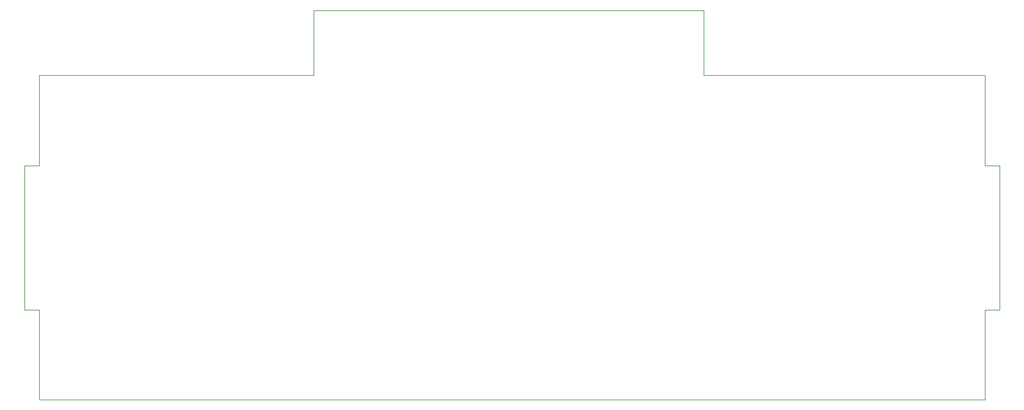
<source format=gm1>
%TF.GenerationSoftware,KiCad,Pcbnew,8.0.1*%
%TF.CreationDate,2024-04-15T20:37:31+02:00*%
%TF.ProjectId,standalonepanel,7374616e-6461-46c6-9f6e-6570616e656c,rev?*%
%TF.SameCoordinates,Original*%
%TF.FileFunction,Profile,NP*%
%FSLAX46Y46*%
G04 Gerber Fmt 4.6, Leading zero omitted, Abs format (unit mm)*
G04 Created by KiCad (PCBNEW 8.0.1) date 2024-04-15 20:37:31*
%MOMM*%
%LPD*%
G01*
G04 APERTURE LIST*
%TA.AperFunction,Profile*%
%ADD10C,0.100000*%
%TD*%
G04 APERTURE END LIST*
D10*
X177000000Y-111500000D02*
X179000000Y-111500000D01*
X177000000Y-111500000D02*
X177000000Y-99000000D01*
X46000000Y-144000000D02*
X177000000Y-144000000D01*
X179000000Y-131500000D02*
X179000000Y-111500000D01*
X84000000Y-99000000D02*
X46000000Y-99000000D01*
X84000000Y-90000000D02*
X103000000Y-90000000D01*
X177000000Y-144000000D02*
X177000000Y-131500000D01*
X103000000Y-90000000D02*
X138000000Y-90000000D01*
X138000000Y-99000000D02*
X177000000Y-99000000D01*
X44000000Y-111500000D02*
X44000000Y-131500000D01*
X84000000Y-99000000D02*
X84000000Y-90000000D01*
X46000000Y-111500000D02*
X46000000Y-99000000D01*
X177000000Y-131500000D02*
X179000000Y-131500000D01*
X46000000Y-111500000D02*
X44000000Y-111500000D01*
X44000000Y-131500000D02*
X46000000Y-131500000D01*
X138000000Y-90000000D02*
X138000000Y-99000000D01*
X46000000Y-131500000D02*
X46000000Y-144000000D01*
M02*

</source>
